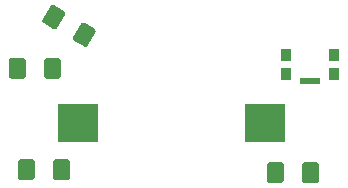
<source format=gbr>
G04 #@! TF.GenerationSoftware,KiCad,Pcbnew,(5.1.5)-3*
G04 #@! TF.CreationDate,2020-05-15T21:02:07+03:00*
G04 #@! TF.ProjectId,ButterflyJewel,42757474-6572-4666-9c79-4a6577656c2e,rev?*
G04 #@! TF.SameCoordinates,Original*
G04 #@! TF.FileFunction,Paste,Bot*
G04 #@! TF.FilePolarity,Positive*
%FSLAX46Y46*%
G04 Gerber Fmt 4.6, Leading zero omitted, Abs format (unit mm)*
G04 Created by KiCad (PCBNEW (5.1.5)-3) date 2020-05-15 21:02:07*
%MOMM*%
%LPD*%
G04 APERTURE LIST*
%ADD10R,1.700000X0.550000*%
%ADD11R,0.900000X1.000000*%
%ADD12C,0.100000*%
%ADD13R,3.500000X3.300000*%
G04 APERTURE END LIST*
D10*
X207835500Y-37874000D03*
D11*
X205785500Y-37249000D03*
X205785500Y-35649000D03*
X209885500Y-37249000D03*
X209885500Y-35649000D03*
D12*
G36*
X187267504Y-44465204D02*
G01*
X187291773Y-44468804D01*
X187315571Y-44474765D01*
X187338671Y-44483030D01*
X187360849Y-44493520D01*
X187381893Y-44506133D01*
X187401598Y-44520747D01*
X187419777Y-44537223D01*
X187436253Y-44555402D01*
X187450867Y-44575107D01*
X187463480Y-44596151D01*
X187473970Y-44618329D01*
X187482235Y-44641429D01*
X187488196Y-44665227D01*
X187491796Y-44689496D01*
X187493000Y-44714000D01*
X187493000Y-45964000D01*
X187491796Y-45988504D01*
X187488196Y-46012773D01*
X187482235Y-46036571D01*
X187473970Y-46059671D01*
X187463480Y-46081849D01*
X187450867Y-46102893D01*
X187436253Y-46122598D01*
X187419777Y-46140777D01*
X187401598Y-46157253D01*
X187381893Y-46171867D01*
X187360849Y-46184480D01*
X187338671Y-46194970D01*
X187315571Y-46203235D01*
X187291773Y-46209196D01*
X187267504Y-46212796D01*
X187243000Y-46214000D01*
X186318000Y-46214000D01*
X186293496Y-46212796D01*
X186269227Y-46209196D01*
X186245429Y-46203235D01*
X186222329Y-46194970D01*
X186200151Y-46184480D01*
X186179107Y-46171867D01*
X186159402Y-46157253D01*
X186141223Y-46140777D01*
X186124747Y-46122598D01*
X186110133Y-46102893D01*
X186097520Y-46081849D01*
X186087030Y-46059671D01*
X186078765Y-46036571D01*
X186072804Y-46012773D01*
X186069204Y-45988504D01*
X186068000Y-45964000D01*
X186068000Y-44714000D01*
X186069204Y-44689496D01*
X186072804Y-44665227D01*
X186078765Y-44641429D01*
X186087030Y-44618329D01*
X186097520Y-44596151D01*
X186110133Y-44575107D01*
X186124747Y-44555402D01*
X186141223Y-44537223D01*
X186159402Y-44520747D01*
X186179107Y-44506133D01*
X186200151Y-44493520D01*
X186222329Y-44483030D01*
X186245429Y-44474765D01*
X186269227Y-44468804D01*
X186293496Y-44465204D01*
X186318000Y-44464000D01*
X187243000Y-44464000D01*
X187267504Y-44465204D01*
G37*
G36*
X184292504Y-44465204D02*
G01*
X184316773Y-44468804D01*
X184340571Y-44474765D01*
X184363671Y-44483030D01*
X184385849Y-44493520D01*
X184406893Y-44506133D01*
X184426598Y-44520747D01*
X184444777Y-44537223D01*
X184461253Y-44555402D01*
X184475867Y-44575107D01*
X184488480Y-44596151D01*
X184498970Y-44618329D01*
X184507235Y-44641429D01*
X184513196Y-44665227D01*
X184516796Y-44689496D01*
X184518000Y-44714000D01*
X184518000Y-45964000D01*
X184516796Y-45988504D01*
X184513196Y-46012773D01*
X184507235Y-46036571D01*
X184498970Y-46059671D01*
X184488480Y-46081849D01*
X184475867Y-46102893D01*
X184461253Y-46122598D01*
X184444777Y-46140777D01*
X184426598Y-46157253D01*
X184406893Y-46171867D01*
X184385849Y-46184480D01*
X184363671Y-46194970D01*
X184340571Y-46203235D01*
X184316773Y-46209196D01*
X184292504Y-46212796D01*
X184268000Y-46214000D01*
X183343000Y-46214000D01*
X183318496Y-46212796D01*
X183294227Y-46209196D01*
X183270429Y-46203235D01*
X183247329Y-46194970D01*
X183225151Y-46184480D01*
X183204107Y-46171867D01*
X183184402Y-46157253D01*
X183166223Y-46140777D01*
X183149747Y-46122598D01*
X183135133Y-46102893D01*
X183122520Y-46081849D01*
X183112030Y-46059671D01*
X183103765Y-46036571D01*
X183097804Y-46012773D01*
X183094204Y-45988504D01*
X183093000Y-45964000D01*
X183093000Y-44714000D01*
X183094204Y-44689496D01*
X183097804Y-44665227D01*
X183103765Y-44641429D01*
X183112030Y-44618329D01*
X183122520Y-44596151D01*
X183135133Y-44575107D01*
X183149747Y-44555402D01*
X183166223Y-44537223D01*
X183184402Y-44520747D01*
X183204107Y-44506133D01*
X183225151Y-44493520D01*
X183247329Y-44483030D01*
X183270429Y-44474765D01*
X183294227Y-44468804D01*
X183318496Y-44465204D01*
X183343000Y-44464000D01*
X184268000Y-44464000D01*
X184292504Y-44465204D01*
G37*
G36*
X186505504Y-35892704D02*
G01*
X186529773Y-35896304D01*
X186553571Y-35902265D01*
X186576671Y-35910530D01*
X186598849Y-35921020D01*
X186619893Y-35933633D01*
X186639598Y-35948247D01*
X186657777Y-35964723D01*
X186674253Y-35982902D01*
X186688867Y-36002607D01*
X186701480Y-36023651D01*
X186711970Y-36045829D01*
X186720235Y-36068929D01*
X186726196Y-36092727D01*
X186729796Y-36116996D01*
X186731000Y-36141500D01*
X186731000Y-37391500D01*
X186729796Y-37416004D01*
X186726196Y-37440273D01*
X186720235Y-37464071D01*
X186711970Y-37487171D01*
X186701480Y-37509349D01*
X186688867Y-37530393D01*
X186674253Y-37550098D01*
X186657777Y-37568277D01*
X186639598Y-37584753D01*
X186619893Y-37599367D01*
X186598849Y-37611980D01*
X186576671Y-37622470D01*
X186553571Y-37630735D01*
X186529773Y-37636696D01*
X186505504Y-37640296D01*
X186481000Y-37641500D01*
X185556000Y-37641500D01*
X185531496Y-37640296D01*
X185507227Y-37636696D01*
X185483429Y-37630735D01*
X185460329Y-37622470D01*
X185438151Y-37611980D01*
X185417107Y-37599367D01*
X185397402Y-37584753D01*
X185379223Y-37568277D01*
X185362747Y-37550098D01*
X185348133Y-37530393D01*
X185335520Y-37509349D01*
X185325030Y-37487171D01*
X185316765Y-37464071D01*
X185310804Y-37440273D01*
X185307204Y-37416004D01*
X185306000Y-37391500D01*
X185306000Y-36141500D01*
X185307204Y-36116996D01*
X185310804Y-36092727D01*
X185316765Y-36068929D01*
X185325030Y-36045829D01*
X185335520Y-36023651D01*
X185348133Y-36002607D01*
X185362747Y-35982902D01*
X185379223Y-35964723D01*
X185397402Y-35948247D01*
X185417107Y-35933633D01*
X185438151Y-35921020D01*
X185460329Y-35910530D01*
X185483429Y-35902265D01*
X185507227Y-35896304D01*
X185531496Y-35892704D01*
X185556000Y-35891500D01*
X186481000Y-35891500D01*
X186505504Y-35892704D01*
G37*
G36*
X183530504Y-35892704D02*
G01*
X183554773Y-35896304D01*
X183578571Y-35902265D01*
X183601671Y-35910530D01*
X183623849Y-35921020D01*
X183644893Y-35933633D01*
X183664598Y-35948247D01*
X183682777Y-35964723D01*
X183699253Y-35982902D01*
X183713867Y-36002607D01*
X183726480Y-36023651D01*
X183736970Y-36045829D01*
X183745235Y-36068929D01*
X183751196Y-36092727D01*
X183754796Y-36116996D01*
X183756000Y-36141500D01*
X183756000Y-37391500D01*
X183754796Y-37416004D01*
X183751196Y-37440273D01*
X183745235Y-37464071D01*
X183736970Y-37487171D01*
X183726480Y-37509349D01*
X183713867Y-37530393D01*
X183699253Y-37550098D01*
X183682777Y-37568277D01*
X183664598Y-37584753D01*
X183644893Y-37599367D01*
X183623849Y-37611980D01*
X183601671Y-37622470D01*
X183578571Y-37630735D01*
X183554773Y-37636696D01*
X183530504Y-37640296D01*
X183506000Y-37641500D01*
X182581000Y-37641500D01*
X182556496Y-37640296D01*
X182532227Y-37636696D01*
X182508429Y-37630735D01*
X182485329Y-37622470D01*
X182463151Y-37611980D01*
X182442107Y-37599367D01*
X182422402Y-37584753D01*
X182404223Y-37568277D01*
X182387747Y-37550098D01*
X182373133Y-37530393D01*
X182360520Y-37509349D01*
X182350030Y-37487171D01*
X182341765Y-37464071D01*
X182335804Y-37440273D01*
X182332204Y-37416004D01*
X182331000Y-37391500D01*
X182331000Y-36141500D01*
X182332204Y-36116996D01*
X182335804Y-36092727D01*
X182341765Y-36068929D01*
X182350030Y-36045829D01*
X182360520Y-36023651D01*
X182373133Y-36002607D01*
X182387747Y-35982902D01*
X182404223Y-35964723D01*
X182422402Y-35948247D01*
X182442107Y-35933633D01*
X182463151Y-35921020D01*
X182485329Y-35910530D01*
X182508429Y-35902265D01*
X182532227Y-35896304D01*
X182556496Y-35892704D01*
X182581000Y-35891500D01*
X183506000Y-35891500D01*
X183530504Y-35892704D01*
G37*
G36*
X208349504Y-44719204D02*
G01*
X208373773Y-44722804D01*
X208397571Y-44728765D01*
X208420671Y-44737030D01*
X208442849Y-44747520D01*
X208463893Y-44760133D01*
X208483598Y-44774747D01*
X208501777Y-44791223D01*
X208518253Y-44809402D01*
X208532867Y-44829107D01*
X208545480Y-44850151D01*
X208555970Y-44872329D01*
X208564235Y-44895429D01*
X208570196Y-44919227D01*
X208573796Y-44943496D01*
X208575000Y-44968000D01*
X208575000Y-46218000D01*
X208573796Y-46242504D01*
X208570196Y-46266773D01*
X208564235Y-46290571D01*
X208555970Y-46313671D01*
X208545480Y-46335849D01*
X208532867Y-46356893D01*
X208518253Y-46376598D01*
X208501777Y-46394777D01*
X208483598Y-46411253D01*
X208463893Y-46425867D01*
X208442849Y-46438480D01*
X208420671Y-46448970D01*
X208397571Y-46457235D01*
X208373773Y-46463196D01*
X208349504Y-46466796D01*
X208325000Y-46468000D01*
X207400000Y-46468000D01*
X207375496Y-46466796D01*
X207351227Y-46463196D01*
X207327429Y-46457235D01*
X207304329Y-46448970D01*
X207282151Y-46438480D01*
X207261107Y-46425867D01*
X207241402Y-46411253D01*
X207223223Y-46394777D01*
X207206747Y-46376598D01*
X207192133Y-46356893D01*
X207179520Y-46335849D01*
X207169030Y-46313671D01*
X207160765Y-46290571D01*
X207154804Y-46266773D01*
X207151204Y-46242504D01*
X207150000Y-46218000D01*
X207150000Y-44968000D01*
X207151204Y-44943496D01*
X207154804Y-44919227D01*
X207160765Y-44895429D01*
X207169030Y-44872329D01*
X207179520Y-44850151D01*
X207192133Y-44829107D01*
X207206747Y-44809402D01*
X207223223Y-44791223D01*
X207241402Y-44774747D01*
X207261107Y-44760133D01*
X207282151Y-44747520D01*
X207304329Y-44737030D01*
X207327429Y-44728765D01*
X207351227Y-44722804D01*
X207375496Y-44719204D01*
X207400000Y-44718000D01*
X208325000Y-44718000D01*
X208349504Y-44719204D01*
G37*
G36*
X205374504Y-44719204D02*
G01*
X205398773Y-44722804D01*
X205422571Y-44728765D01*
X205445671Y-44737030D01*
X205467849Y-44747520D01*
X205488893Y-44760133D01*
X205508598Y-44774747D01*
X205526777Y-44791223D01*
X205543253Y-44809402D01*
X205557867Y-44829107D01*
X205570480Y-44850151D01*
X205580970Y-44872329D01*
X205589235Y-44895429D01*
X205595196Y-44919227D01*
X205598796Y-44943496D01*
X205600000Y-44968000D01*
X205600000Y-46218000D01*
X205598796Y-46242504D01*
X205595196Y-46266773D01*
X205589235Y-46290571D01*
X205580970Y-46313671D01*
X205570480Y-46335849D01*
X205557867Y-46356893D01*
X205543253Y-46376598D01*
X205526777Y-46394777D01*
X205508598Y-46411253D01*
X205488893Y-46425867D01*
X205467849Y-46438480D01*
X205445671Y-46448970D01*
X205422571Y-46457235D01*
X205398773Y-46463196D01*
X205374504Y-46466796D01*
X205350000Y-46468000D01*
X204425000Y-46468000D01*
X204400496Y-46466796D01*
X204376227Y-46463196D01*
X204352429Y-46457235D01*
X204329329Y-46448970D01*
X204307151Y-46438480D01*
X204286107Y-46425867D01*
X204266402Y-46411253D01*
X204248223Y-46394777D01*
X204231747Y-46376598D01*
X204217133Y-46356893D01*
X204204520Y-46335849D01*
X204194030Y-46313671D01*
X204185765Y-46290571D01*
X204179804Y-46266773D01*
X204176204Y-46242504D01*
X204175000Y-46218000D01*
X204175000Y-44968000D01*
X204176204Y-44943496D01*
X204179804Y-44919227D01*
X204185765Y-44895429D01*
X204194030Y-44872329D01*
X204204520Y-44850151D01*
X204217133Y-44829107D01*
X204231747Y-44809402D01*
X204248223Y-44791223D01*
X204266402Y-44774747D01*
X204286107Y-44760133D01*
X204307151Y-44747520D01*
X204329329Y-44737030D01*
X204352429Y-44728765D01*
X204376227Y-44722804D01*
X204400496Y-44719204D01*
X204425000Y-44718000D01*
X205350000Y-44718000D01*
X205374504Y-44719204D01*
G37*
D13*
X203988000Y-41402000D03*
X188188000Y-41402000D03*
D12*
G36*
X186072561Y-31410552D02*
G01*
X186096698Y-31414944D01*
X186120289Y-31421680D01*
X186143106Y-31430697D01*
X186164929Y-31441907D01*
X186966003Y-31904407D01*
X186986622Y-31917701D01*
X187005839Y-31932953D01*
X187023469Y-31950015D01*
X187039341Y-31968723D01*
X187053304Y-31988896D01*
X187065221Y-32010341D01*
X187074979Y-32032850D01*
X187082484Y-32056208D01*
X187087664Y-32080189D01*
X187090468Y-32104562D01*
X187090869Y-32129093D01*
X187088864Y-32153544D01*
X187084472Y-32177682D01*
X187077736Y-32201273D01*
X187068719Y-32224090D01*
X187057509Y-32245913D01*
X186432509Y-33328445D01*
X186419215Y-33349064D01*
X186403963Y-33368281D01*
X186386901Y-33385911D01*
X186368193Y-33401783D01*
X186348020Y-33415746D01*
X186326575Y-33427663D01*
X186304066Y-33437421D01*
X186280708Y-33444926D01*
X186256727Y-33450106D01*
X186232354Y-33452910D01*
X186207823Y-33453311D01*
X186183371Y-33451306D01*
X186159234Y-33446914D01*
X186135643Y-33440178D01*
X186112826Y-33431161D01*
X186091003Y-33419951D01*
X185289929Y-32957451D01*
X185269310Y-32944157D01*
X185250093Y-32928905D01*
X185232463Y-32911843D01*
X185216591Y-32893135D01*
X185202628Y-32872962D01*
X185190711Y-32851517D01*
X185180953Y-32829008D01*
X185173448Y-32805650D01*
X185168268Y-32781669D01*
X185165464Y-32757296D01*
X185165063Y-32732765D01*
X185167068Y-32708314D01*
X185171460Y-32684176D01*
X185178196Y-32660585D01*
X185187213Y-32637768D01*
X185198423Y-32615945D01*
X185823423Y-31533413D01*
X185836717Y-31512794D01*
X185851969Y-31493577D01*
X185869031Y-31475947D01*
X185887739Y-31460075D01*
X185907912Y-31446112D01*
X185929357Y-31434195D01*
X185951866Y-31424437D01*
X185975224Y-31416932D01*
X185999205Y-31411752D01*
X186023578Y-31408948D01*
X186048109Y-31408547D01*
X186072561Y-31410552D01*
G37*
G36*
X188648987Y-32898052D02*
G01*
X188673124Y-32902444D01*
X188696715Y-32909180D01*
X188719532Y-32918197D01*
X188741355Y-32929407D01*
X189542429Y-33391907D01*
X189563048Y-33405201D01*
X189582265Y-33420453D01*
X189599895Y-33437515D01*
X189615767Y-33456223D01*
X189629730Y-33476396D01*
X189641647Y-33497841D01*
X189651405Y-33520350D01*
X189658910Y-33543708D01*
X189664090Y-33567689D01*
X189666894Y-33592062D01*
X189667295Y-33616593D01*
X189665290Y-33641044D01*
X189660898Y-33665182D01*
X189654162Y-33688773D01*
X189645145Y-33711590D01*
X189633935Y-33733413D01*
X189008935Y-34815945D01*
X188995641Y-34836564D01*
X188980389Y-34855781D01*
X188963327Y-34873411D01*
X188944619Y-34889283D01*
X188924446Y-34903246D01*
X188903001Y-34915163D01*
X188880492Y-34924921D01*
X188857134Y-34932426D01*
X188833153Y-34937606D01*
X188808780Y-34940410D01*
X188784249Y-34940811D01*
X188759797Y-34938806D01*
X188735660Y-34934414D01*
X188712069Y-34927678D01*
X188689252Y-34918661D01*
X188667429Y-34907451D01*
X187866355Y-34444951D01*
X187845736Y-34431657D01*
X187826519Y-34416405D01*
X187808889Y-34399343D01*
X187793017Y-34380635D01*
X187779054Y-34360462D01*
X187767137Y-34339017D01*
X187757379Y-34316508D01*
X187749874Y-34293150D01*
X187744694Y-34269169D01*
X187741890Y-34244796D01*
X187741489Y-34220265D01*
X187743494Y-34195814D01*
X187747886Y-34171676D01*
X187754622Y-34148085D01*
X187763639Y-34125268D01*
X187774849Y-34103445D01*
X188399849Y-33020913D01*
X188413143Y-33000294D01*
X188428395Y-32981077D01*
X188445457Y-32963447D01*
X188464165Y-32947575D01*
X188484338Y-32933612D01*
X188505783Y-32921695D01*
X188528292Y-32911937D01*
X188551650Y-32904432D01*
X188575631Y-32899252D01*
X188600004Y-32896448D01*
X188624535Y-32896047D01*
X188648987Y-32898052D01*
G37*
M02*

</source>
